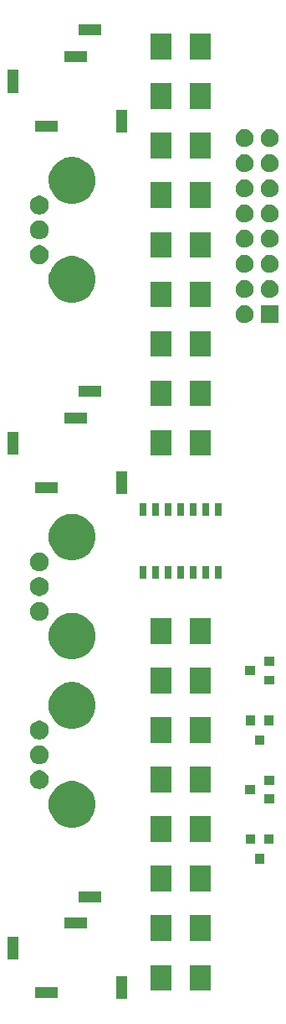
<source format=gbr>
G04 #@! TF.GenerationSoftware,KiCad,Pcbnew,(5.1.5)-3*
G04 #@! TF.CreationDate,2020-08-10T17:15:24-07:00*
G04 #@! TF.ProjectId,Notch_Filter,4e6f7463-685f-4466-996c-7465722e6b69,rev?*
G04 #@! TF.SameCoordinates,Original*
G04 #@! TF.FileFunction,Soldermask,Top*
G04 #@! TF.FilePolarity,Negative*
%FSLAX46Y46*%
G04 Gerber Fmt 4.6, Leading zero omitted, Abs format (unit mm)*
G04 Created by KiCad (PCBNEW (5.1.5)-3) date 2020-08-10 17:15:24*
%MOMM*%
%LPD*%
G04 APERTURE LIST*
%ADD10C,0.100000*%
G04 APERTURE END LIST*
D10*
G36*
X13551000Y-99151000D02*
G01*
X12449000Y-99151000D01*
X12449000Y-96849000D01*
X13551000Y-96849000D01*
X13551000Y-99151000D01*
G37*
G36*
X6551000Y-99051000D02*
G01*
X4249000Y-99051000D01*
X4249000Y-97949000D01*
X6551000Y-97949000D01*
X6551000Y-99051000D01*
G37*
G36*
X18051000Y-98301000D02*
G01*
X15949000Y-98301000D01*
X15949000Y-95699000D01*
X18051000Y-95699000D01*
X18051000Y-98301000D01*
G37*
G36*
X22051000Y-98301000D02*
G01*
X19949000Y-98301000D01*
X19949000Y-95699000D01*
X22051000Y-95699000D01*
X22051000Y-98301000D01*
G37*
G36*
X2551000Y-95151000D02*
G01*
X1449000Y-95151000D01*
X1449000Y-92849000D01*
X2551000Y-92849000D01*
X2551000Y-95151000D01*
G37*
G36*
X22051000Y-93301000D02*
G01*
X19949000Y-93301000D01*
X19949000Y-90699000D01*
X22051000Y-90699000D01*
X22051000Y-93301000D01*
G37*
G36*
X18051000Y-93301000D02*
G01*
X15949000Y-93301000D01*
X15949000Y-90699000D01*
X18051000Y-90699000D01*
X18051000Y-93301000D01*
G37*
G36*
X9551000Y-92051000D02*
G01*
X7249000Y-92051000D01*
X7249000Y-90949000D01*
X9551000Y-90949000D01*
X9551000Y-92051000D01*
G37*
G36*
X10951000Y-89351000D02*
G01*
X8649000Y-89351000D01*
X8649000Y-88249000D01*
X10951000Y-88249000D01*
X10951000Y-89351000D01*
G37*
G36*
X22051000Y-88301000D02*
G01*
X19949000Y-88301000D01*
X19949000Y-85699000D01*
X22051000Y-85699000D01*
X22051000Y-88301000D01*
G37*
G36*
X18051000Y-88301000D02*
G01*
X15949000Y-88301000D01*
X15949000Y-85699000D01*
X18051000Y-85699000D01*
X18051000Y-88301000D01*
G37*
G36*
X27451000Y-85501000D02*
G01*
X26549000Y-85501000D01*
X26549000Y-84499000D01*
X27451000Y-84499000D01*
X27451000Y-85501000D01*
G37*
G36*
X28401000Y-83501000D02*
G01*
X27499000Y-83501000D01*
X27499000Y-82499000D01*
X28401000Y-82499000D01*
X28401000Y-83501000D01*
G37*
G36*
X26501000Y-83501000D02*
G01*
X25599000Y-83501000D01*
X25599000Y-82499000D01*
X26501000Y-82499000D01*
X26501000Y-83501000D01*
G37*
G36*
X22051000Y-83301000D02*
G01*
X19949000Y-83301000D01*
X19949000Y-80699000D01*
X22051000Y-80699000D01*
X22051000Y-83301000D01*
G37*
G36*
X18051000Y-83301000D02*
G01*
X15949000Y-83301000D01*
X15949000Y-80699000D01*
X18051000Y-80699000D01*
X18051000Y-83301000D01*
G37*
G36*
X8534358Y-77209232D02*
G01*
X8685761Y-77239348D01*
X9113616Y-77416571D01*
X9498675Y-77673859D01*
X9826141Y-78001325D01*
X10083429Y-78386384D01*
X10260652Y-78814239D01*
X10351000Y-79268447D01*
X10351000Y-79731553D01*
X10260652Y-80185761D01*
X10083429Y-80613616D01*
X9826141Y-80998675D01*
X9498675Y-81326141D01*
X9113616Y-81583429D01*
X8685761Y-81760652D01*
X8534358Y-81790768D01*
X8231555Y-81851000D01*
X7768445Y-81851000D01*
X7465642Y-81790768D01*
X7314239Y-81760652D01*
X6886384Y-81583429D01*
X6501325Y-81326141D01*
X6173859Y-80998675D01*
X5916571Y-80613616D01*
X5739348Y-80185761D01*
X5649000Y-79731553D01*
X5649000Y-79268447D01*
X5739348Y-78814239D01*
X5916571Y-78386384D01*
X6173859Y-78001325D01*
X6501325Y-77673859D01*
X6886384Y-77416571D01*
X7314239Y-77239348D01*
X7465642Y-77209232D01*
X7768445Y-77149000D01*
X8231555Y-77149000D01*
X8534358Y-77209232D01*
G37*
G36*
X28501000Y-79401000D02*
G01*
X27499000Y-79401000D01*
X27499000Y-78499000D01*
X28501000Y-78499000D01*
X28501000Y-79401000D01*
G37*
G36*
X26501000Y-78451000D02*
G01*
X25499000Y-78451000D01*
X25499000Y-77549000D01*
X26501000Y-77549000D01*
X26501000Y-78451000D01*
G37*
G36*
X22051000Y-78301000D02*
G01*
X19949000Y-78301000D01*
X19949000Y-75699000D01*
X22051000Y-75699000D01*
X22051000Y-78301000D01*
G37*
G36*
X18051000Y-78301000D02*
G01*
X15949000Y-78301000D01*
X15949000Y-75699000D01*
X18051000Y-75699000D01*
X18051000Y-78301000D01*
G37*
G36*
X4977395Y-76085546D02*
G01*
X5150466Y-76157234D01*
X5150467Y-76157235D01*
X5306227Y-76261310D01*
X5438690Y-76393773D01*
X5438691Y-76393775D01*
X5542766Y-76549534D01*
X5614454Y-76722605D01*
X5651000Y-76906333D01*
X5651000Y-77093667D01*
X5614454Y-77277395D01*
X5542766Y-77450466D01*
X5542765Y-77450467D01*
X5438690Y-77606227D01*
X5306227Y-77738690D01*
X5227818Y-77791081D01*
X5150466Y-77842766D01*
X4977395Y-77914454D01*
X4793667Y-77951000D01*
X4606333Y-77951000D01*
X4422605Y-77914454D01*
X4249534Y-77842766D01*
X4172182Y-77791081D01*
X4093773Y-77738690D01*
X3961310Y-77606227D01*
X3857235Y-77450467D01*
X3857234Y-77450466D01*
X3785546Y-77277395D01*
X3749000Y-77093667D01*
X3749000Y-76906333D01*
X3785546Y-76722605D01*
X3857234Y-76549534D01*
X3961309Y-76393775D01*
X3961310Y-76393773D01*
X4093773Y-76261310D01*
X4249533Y-76157235D01*
X4249534Y-76157234D01*
X4422605Y-76085546D01*
X4606333Y-76049000D01*
X4793667Y-76049000D01*
X4977395Y-76085546D01*
G37*
G36*
X28501000Y-77501000D02*
G01*
X27499000Y-77501000D01*
X27499000Y-76599000D01*
X28501000Y-76599000D01*
X28501000Y-77501000D01*
G37*
G36*
X4977395Y-73585546D02*
G01*
X5150466Y-73657234D01*
X5150467Y-73657235D01*
X5306227Y-73761310D01*
X5438690Y-73893773D01*
X5438691Y-73893775D01*
X5542766Y-74049534D01*
X5614454Y-74222605D01*
X5651000Y-74406333D01*
X5651000Y-74593667D01*
X5614454Y-74777395D01*
X5542766Y-74950466D01*
X5542765Y-74950467D01*
X5438690Y-75106227D01*
X5306227Y-75238690D01*
X5227818Y-75291081D01*
X5150466Y-75342766D01*
X4977395Y-75414454D01*
X4793667Y-75451000D01*
X4606333Y-75451000D01*
X4422605Y-75414454D01*
X4249534Y-75342766D01*
X4172182Y-75291081D01*
X4093773Y-75238690D01*
X3961310Y-75106227D01*
X3857235Y-74950467D01*
X3857234Y-74950466D01*
X3785546Y-74777395D01*
X3749000Y-74593667D01*
X3749000Y-74406333D01*
X3785546Y-74222605D01*
X3857234Y-74049534D01*
X3961309Y-73893775D01*
X3961310Y-73893773D01*
X4093773Y-73761310D01*
X4249533Y-73657235D01*
X4249534Y-73657234D01*
X4422605Y-73585546D01*
X4606333Y-73549000D01*
X4793667Y-73549000D01*
X4977395Y-73585546D01*
G37*
G36*
X27451000Y-73501000D02*
G01*
X26549000Y-73501000D01*
X26549000Y-72499000D01*
X27451000Y-72499000D01*
X27451000Y-73501000D01*
G37*
G36*
X18051000Y-73301000D02*
G01*
X15949000Y-73301000D01*
X15949000Y-70699000D01*
X18051000Y-70699000D01*
X18051000Y-73301000D01*
G37*
G36*
X22051000Y-73301000D02*
G01*
X19949000Y-73301000D01*
X19949000Y-70699000D01*
X22051000Y-70699000D01*
X22051000Y-73301000D01*
G37*
G36*
X4977395Y-71085546D02*
G01*
X5150466Y-71157234D01*
X5150467Y-71157235D01*
X5306227Y-71261310D01*
X5438690Y-71393773D01*
X5438691Y-71393775D01*
X5542766Y-71549534D01*
X5614454Y-71722605D01*
X5651000Y-71906333D01*
X5651000Y-72093667D01*
X5614454Y-72277395D01*
X5542766Y-72450466D01*
X5491081Y-72527818D01*
X5438690Y-72606227D01*
X5306227Y-72738690D01*
X5227818Y-72791081D01*
X5150466Y-72842766D01*
X4977395Y-72914454D01*
X4793667Y-72951000D01*
X4606333Y-72951000D01*
X4422605Y-72914454D01*
X4249534Y-72842766D01*
X4172182Y-72791081D01*
X4093773Y-72738690D01*
X3961310Y-72606227D01*
X3908919Y-72527818D01*
X3857234Y-72450466D01*
X3785546Y-72277395D01*
X3749000Y-72093667D01*
X3749000Y-71906333D01*
X3785546Y-71722605D01*
X3857234Y-71549534D01*
X3961309Y-71393775D01*
X3961310Y-71393773D01*
X4093773Y-71261310D01*
X4249533Y-71157235D01*
X4249534Y-71157234D01*
X4422605Y-71085546D01*
X4606333Y-71049000D01*
X4793667Y-71049000D01*
X4977395Y-71085546D01*
G37*
G36*
X8534358Y-67209232D02*
G01*
X8685761Y-67239348D01*
X9113616Y-67416571D01*
X9498675Y-67673859D01*
X9826141Y-68001325D01*
X10083429Y-68386384D01*
X10260652Y-68814239D01*
X10351000Y-69268447D01*
X10351000Y-69731553D01*
X10260652Y-70185761D01*
X10083429Y-70613616D01*
X9826141Y-70998675D01*
X9498675Y-71326141D01*
X9113616Y-71583429D01*
X8685761Y-71760652D01*
X8534358Y-71790768D01*
X8231555Y-71851000D01*
X7768445Y-71851000D01*
X7465642Y-71790768D01*
X7314239Y-71760652D01*
X6886384Y-71583429D01*
X6501325Y-71326141D01*
X6173859Y-70998675D01*
X5916571Y-70613616D01*
X5739348Y-70185761D01*
X5649000Y-69731553D01*
X5649000Y-69268447D01*
X5739348Y-68814239D01*
X5916571Y-68386384D01*
X6173859Y-68001325D01*
X6501325Y-67673859D01*
X6886384Y-67416571D01*
X7314239Y-67239348D01*
X7465642Y-67209232D01*
X7768445Y-67149000D01*
X8231555Y-67149000D01*
X8534358Y-67209232D01*
G37*
G36*
X28401000Y-71501000D02*
G01*
X27499000Y-71501000D01*
X27499000Y-70499000D01*
X28401000Y-70499000D01*
X28401000Y-71501000D01*
G37*
G36*
X26501000Y-71501000D02*
G01*
X25599000Y-71501000D01*
X25599000Y-70499000D01*
X26501000Y-70499000D01*
X26501000Y-71501000D01*
G37*
G36*
X18051000Y-68301000D02*
G01*
X15949000Y-68301000D01*
X15949000Y-65699000D01*
X18051000Y-65699000D01*
X18051000Y-68301000D01*
G37*
G36*
X22051000Y-68301000D02*
G01*
X19949000Y-68301000D01*
X19949000Y-65699000D01*
X22051000Y-65699000D01*
X22051000Y-68301000D01*
G37*
G36*
X28501000Y-67401000D02*
G01*
X27499000Y-67401000D01*
X27499000Y-66499000D01*
X28501000Y-66499000D01*
X28501000Y-67401000D01*
G37*
G36*
X26501000Y-66451000D02*
G01*
X25499000Y-66451000D01*
X25499000Y-65549000D01*
X26501000Y-65549000D01*
X26501000Y-66451000D01*
G37*
G36*
X28501000Y-65501000D02*
G01*
X27499000Y-65501000D01*
X27499000Y-64599000D01*
X28501000Y-64599000D01*
X28501000Y-65501000D01*
G37*
G36*
X8534358Y-60209232D02*
G01*
X8685761Y-60239348D01*
X9113616Y-60416571D01*
X9498675Y-60673859D01*
X9826141Y-61001325D01*
X10083429Y-61386384D01*
X10260652Y-61814239D01*
X10351000Y-62268447D01*
X10351000Y-62731553D01*
X10260652Y-63185761D01*
X10083429Y-63613616D01*
X9826141Y-63998675D01*
X9498675Y-64326141D01*
X9113616Y-64583429D01*
X8685761Y-64760652D01*
X8534358Y-64790768D01*
X8231555Y-64851000D01*
X7768445Y-64851000D01*
X7465642Y-64790768D01*
X7314239Y-64760652D01*
X6886384Y-64583429D01*
X6501325Y-64326141D01*
X6173859Y-63998675D01*
X5916571Y-63613616D01*
X5739348Y-63185761D01*
X5649000Y-62731553D01*
X5649000Y-62268447D01*
X5739348Y-61814239D01*
X5916571Y-61386384D01*
X6173859Y-61001325D01*
X6501325Y-60673859D01*
X6886384Y-60416571D01*
X7314239Y-60239348D01*
X7465642Y-60209232D01*
X7768445Y-60149000D01*
X8231555Y-60149000D01*
X8534358Y-60209232D01*
G37*
G36*
X22051000Y-63301000D02*
G01*
X19949000Y-63301000D01*
X19949000Y-60699000D01*
X22051000Y-60699000D01*
X22051000Y-63301000D01*
G37*
G36*
X18051000Y-63301000D02*
G01*
X15949000Y-63301000D01*
X15949000Y-60699000D01*
X18051000Y-60699000D01*
X18051000Y-63301000D01*
G37*
G36*
X4977395Y-59085546D02*
G01*
X5150466Y-59157234D01*
X5150467Y-59157235D01*
X5306227Y-59261310D01*
X5438690Y-59393773D01*
X5438691Y-59393775D01*
X5542766Y-59549534D01*
X5614454Y-59722605D01*
X5651000Y-59906333D01*
X5651000Y-60093667D01*
X5614454Y-60277395D01*
X5542766Y-60450466D01*
X5542765Y-60450467D01*
X5438690Y-60606227D01*
X5306227Y-60738690D01*
X5227818Y-60791081D01*
X5150466Y-60842766D01*
X4977395Y-60914454D01*
X4793667Y-60951000D01*
X4606333Y-60951000D01*
X4422605Y-60914454D01*
X4249534Y-60842766D01*
X4172182Y-60791081D01*
X4093773Y-60738690D01*
X3961310Y-60606227D01*
X3857235Y-60450467D01*
X3857234Y-60450466D01*
X3785546Y-60277395D01*
X3749000Y-60093667D01*
X3749000Y-59906333D01*
X3785546Y-59722605D01*
X3857234Y-59549534D01*
X3961309Y-59393775D01*
X3961310Y-59393773D01*
X4093773Y-59261310D01*
X4249533Y-59157235D01*
X4249534Y-59157234D01*
X4422605Y-59085546D01*
X4606333Y-59049000D01*
X4793667Y-59049000D01*
X4977395Y-59085546D01*
G37*
G36*
X4977395Y-56585546D02*
G01*
X5150466Y-56657234D01*
X5150467Y-56657235D01*
X5306227Y-56761310D01*
X5438690Y-56893773D01*
X5438691Y-56893775D01*
X5542766Y-57049534D01*
X5614454Y-57222605D01*
X5651000Y-57406333D01*
X5651000Y-57593667D01*
X5614454Y-57777395D01*
X5542766Y-57950466D01*
X5542765Y-57950467D01*
X5438690Y-58106227D01*
X5306227Y-58238690D01*
X5227818Y-58291081D01*
X5150466Y-58342766D01*
X4977395Y-58414454D01*
X4793667Y-58451000D01*
X4606333Y-58451000D01*
X4422605Y-58414454D01*
X4249534Y-58342766D01*
X4172182Y-58291081D01*
X4093773Y-58238690D01*
X3961310Y-58106227D01*
X3857235Y-57950467D01*
X3857234Y-57950466D01*
X3785546Y-57777395D01*
X3749000Y-57593667D01*
X3749000Y-57406333D01*
X3785546Y-57222605D01*
X3857234Y-57049534D01*
X3961309Y-56893775D01*
X3961310Y-56893773D01*
X4093773Y-56761310D01*
X4249533Y-56657235D01*
X4249534Y-56657234D01*
X4422605Y-56585546D01*
X4606333Y-56549000D01*
X4793667Y-56549000D01*
X4977395Y-56585546D01*
G37*
G36*
X23115000Y-56670500D02*
G01*
X22505000Y-56670500D01*
X22505000Y-55425500D01*
X23115000Y-55425500D01*
X23115000Y-56670500D01*
G37*
G36*
X18035000Y-56670500D02*
G01*
X17425000Y-56670500D01*
X17425000Y-55425500D01*
X18035000Y-55425500D01*
X18035000Y-56670500D01*
G37*
G36*
X16765000Y-56670500D02*
G01*
X16155000Y-56670500D01*
X16155000Y-55425500D01*
X16765000Y-55425500D01*
X16765000Y-56670500D01*
G37*
G36*
X15495000Y-56670500D02*
G01*
X14885000Y-56670500D01*
X14885000Y-55425500D01*
X15495000Y-55425500D01*
X15495000Y-56670500D01*
G37*
G36*
X19305000Y-56670500D02*
G01*
X18695000Y-56670500D01*
X18695000Y-55425500D01*
X19305000Y-55425500D01*
X19305000Y-56670500D01*
G37*
G36*
X21845000Y-56670500D02*
G01*
X21235000Y-56670500D01*
X21235000Y-55425500D01*
X21845000Y-55425500D01*
X21845000Y-56670500D01*
G37*
G36*
X20575000Y-56670500D02*
G01*
X19965000Y-56670500D01*
X19965000Y-55425500D01*
X20575000Y-55425500D01*
X20575000Y-56670500D01*
G37*
G36*
X4977395Y-54085546D02*
G01*
X5150466Y-54157234D01*
X5150467Y-54157235D01*
X5306227Y-54261310D01*
X5438690Y-54393773D01*
X5438691Y-54393775D01*
X5542766Y-54549534D01*
X5614454Y-54722605D01*
X5651000Y-54906333D01*
X5651000Y-55093667D01*
X5614454Y-55277395D01*
X5542766Y-55450466D01*
X5542765Y-55450467D01*
X5438690Y-55606227D01*
X5306227Y-55738690D01*
X5227818Y-55791081D01*
X5150466Y-55842766D01*
X4977395Y-55914454D01*
X4793667Y-55951000D01*
X4606333Y-55951000D01*
X4422605Y-55914454D01*
X4249534Y-55842766D01*
X4172182Y-55791081D01*
X4093773Y-55738690D01*
X3961310Y-55606227D01*
X3857235Y-55450467D01*
X3857234Y-55450466D01*
X3785546Y-55277395D01*
X3749000Y-55093667D01*
X3749000Y-54906333D01*
X3785546Y-54722605D01*
X3857234Y-54549534D01*
X3961309Y-54393775D01*
X3961310Y-54393773D01*
X4093773Y-54261310D01*
X4249533Y-54157235D01*
X4249534Y-54157234D01*
X4422605Y-54085546D01*
X4606333Y-54049000D01*
X4793667Y-54049000D01*
X4977395Y-54085546D01*
G37*
G36*
X8534358Y-50209232D02*
G01*
X8685761Y-50239348D01*
X9113616Y-50416571D01*
X9498675Y-50673859D01*
X9826141Y-51001325D01*
X10083429Y-51386384D01*
X10260652Y-51814239D01*
X10351000Y-52268447D01*
X10351000Y-52731553D01*
X10260652Y-53185761D01*
X10083429Y-53613616D01*
X9826141Y-53998675D01*
X9498675Y-54326141D01*
X9113616Y-54583429D01*
X8685761Y-54760652D01*
X8534358Y-54790768D01*
X8231555Y-54851000D01*
X7768445Y-54851000D01*
X7465642Y-54790768D01*
X7314239Y-54760652D01*
X6886384Y-54583429D01*
X6501325Y-54326141D01*
X6173859Y-53998675D01*
X5916571Y-53613616D01*
X5739348Y-53185761D01*
X5649000Y-52731553D01*
X5649000Y-52268447D01*
X5739348Y-51814239D01*
X5916571Y-51386384D01*
X6173859Y-51001325D01*
X6501325Y-50673859D01*
X6886384Y-50416571D01*
X7314239Y-50239348D01*
X7465642Y-50209232D01*
X7768445Y-50149000D01*
X8231555Y-50149000D01*
X8534358Y-50209232D01*
G37*
G36*
X23115000Y-50320500D02*
G01*
X22505000Y-50320500D01*
X22505000Y-49075500D01*
X23115000Y-49075500D01*
X23115000Y-50320500D01*
G37*
G36*
X21845000Y-50320500D02*
G01*
X21235000Y-50320500D01*
X21235000Y-49075500D01*
X21845000Y-49075500D01*
X21845000Y-50320500D01*
G37*
G36*
X20575000Y-50320500D02*
G01*
X19965000Y-50320500D01*
X19965000Y-49075500D01*
X20575000Y-49075500D01*
X20575000Y-50320500D01*
G37*
G36*
X19305000Y-50320500D02*
G01*
X18695000Y-50320500D01*
X18695000Y-49075500D01*
X19305000Y-49075500D01*
X19305000Y-50320500D01*
G37*
G36*
X16765000Y-50320500D02*
G01*
X16155000Y-50320500D01*
X16155000Y-49075500D01*
X16765000Y-49075500D01*
X16765000Y-50320500D01*
G37*
G36*
X18035000Y-50320500D02*
G01*
X17425000Y-50320500D01*
X17425000Y-49075500D01*
X18035000Y-49075500D01*
X18035000Y-50320500D01*
G37*
G36*
X15495000Y-50320500D02*
G01*
X14885000Y-50320500D01*
X14885000Y-49075500D01*
X15495000Y-49075500D01*
X15495000Y-50320500D01*
G37*
G36*
X13551000Y-48151000D02*
G01*
X12449000Y-48151000D01*
X12449000Y-45849000D01*
X13551000Y-45849000D01*
X13551000Y-48151000D01*
G37*
G36*
X6551000Y-48051000D02*
G01*
X4249000Y-48051000D01*
X4249000Y-46949000D01*
X6551000Y-46949000D01*
X6551000Y-48051000D01*
G37*
G36*
X22051000Y-44301000D02*
G01*
X19949000Y-44301000D01*
X19949000Y-41699000D01*
X22051000Y-41699000D01*
X22051000Y-44301000D01*
G37*
G36*
X18051000Y-44301000D02*
G01*
X15949000Y-44301000D01*
X15949000Y-41699000D01*
X18051000Y-41699000D01*
X18051000Y-44301000D01*
G37*
G36*
X2551000Y-44151000D02*
G01*
X1449000Y-44151000D01*
X1449000Y-41849000D01*
X2551000Y-41849000D01*
X2551000Y-44151000D01*
G37*
G36*
X9551000Y-41051000D02*
G01*
X7249000Y-41051000D01*
X7249000Y-39949000D01*
X9551000Y-39949000D01*
X9551000Y-41051000D01*
G37*
G36*
X22051000Y-39301000D02*
G01*
X19949000Y-39301000D01*
X19949000Y-36699000D01*
X22051000Y-36699000D01*
X22051000Y-39301000D01*
G37*
G36*
X18051000Y-39301000D02*
G01*
X15949000Y-39301000D01*
X15949000Y-36699000D01*
X18051000Y-36699000D01*
X18051000Y-39301000D01*
G37*
G36*
X10951000Y-38351000D02*
G01*
X8649000Y-38351000D01*
X8649000Y-37249000D01*
X10951000Y-37249000D01*
X10951000Y-38351000D01*
G37*
G36*
X22051000Y-34301000D02*
G01*
X19949000Y-34301000D01*
X19949000Y-31699000D01*
X22051000Y-31699000D01*
X22051000Y-34301000D01*
G37*
G36*
X18051000Y-34301000D02*
G01*
X15949000Y-34301000D01*
X15949000Y-31699000D01*
X18051000Y-31699000D01*
X18051000Y-34301000D01*
G37*
G36*
X28901000Y-30901000D02*
G01*
X27099000Y-30901000D01*
X27099000Y-29099000D01*
X28901000Y-29099000D01*
X28901000Y-30901000D01*
G37*
G36*
X25573512Y-29103927D02*
G01*
X25722812Y-29133624D01*
X25886784Y-29201544D01*
X26034354Y-29300147D01*
X26159853Y-29425646D01*
X26258456Y-29573216D01*
X26326376Y-29737188D01*
X26361000Y-29911259D01*
X26361000Y-30088741D01*
X26326376Y-30262812D01*
X26258456Y-30426784D01*
X26159853Y-30574354D01*
X26034354Y-30699853D01*
X25886784Y-30798456D01*
X25722812Y-30866376D01*
X25573512Y-30896073D01*
X25548742Y-30901000D01*
X25371258Y-30901000D01*
X25346488Y-30896073D01*
X25197188Y-30866376D01*
X25033216Y-30798456D01*
X24885646Y-30699853D01*
X24760147Y-30574354D01*
X24661544Y-30426784D01*
X24593624Y-30262812D01*
X24559000Y-30088741D01*
X24559000Y-29911259D01*
X24593624Y-29737188D01*
X24661544Y-29573216D01*
X24760147Y-29425646D01*
X24885646Y-29300147D01*
X25033216Y-29201544D01*
X25197188Y-29133624D01*
X25346488Y-29103927D01*
X25371258Y-29099000D01*
X25548742Y-29099000D01*
X25573512Y-29103927D01*
G37*
G36*
X18051000Y-29301000D02*
G01*
X15949000Y-29301000D01*
X15949000Y-26699000D01*
X18051000Y-26699000D01*
X18051000Y-29301000D01*
G37*
G36*
X22051000Y-29301000D02*
G01*
X19949000Y-29301000D01*
X19949000Y-26699000D01*
X22051000Y-26699000D01*
X22051000Y-29301000D01*
G37*
G36*
X8534358Y-24209232D02*
G01*
X8685761Y-24239348D01*
X9113616Y-24416571D01*
X9498675Y-24673859D01*
X9826141Y-25001325D01*
X10083429Y-25386384D01*
X10249111Y-25786376D01*
X10260652Y-25814240D01*
X10351000Y-26268445D01*
X10351000Y-26731555D01*
X10345312Y-26760148D01*
X10260652Y-27185761D01*
X10083429Y-27613616D01*
X9826141Y-27998675D01*
X9498675Y-28326141D01*
X9113616Y-28583429D01*
X8685761Y-28760652D01*
X8534358Y-28790768D01*
X8231555Y-28851000D01*
X7768445Y-28851000D01*
X7465642Y-28790768D01*
X7314239Y-28760652D01*
X6886384Y-28583429D01*
X6501325Y-28326141D01*
X6173859Y-27998675D01*
X5916571Y-27613616D01*
X5739348Y-27185761D01*
X5654688Y-26760148D01*
X5649000Y-26731555D01*
X5649000Y-26268445D01*
X5739348Y-25814240D01*
X5750890Y-25786376D01*
X5916571Y-25386384D01*
X6173859Y-25001325D01*
X6501325Y-24673859D01*
X6886384Y-24416571D01*
X7314239Y-24239348D01*
X7465642Y-24209232D01*
X7768445Y-24149000D01*
X8231555Y-24149000D01*
X8534358Y-24209232D01*
G37*
G36*
X25573512Y-26563927D02*
G01*
X25722812Y-26593624D01*
X25886784Y-26661544D01*
X26034354Y-26760147D01*
X26159853Y-26885646D01*
X26258456Y-27033216D01*
X26326376Y-27197188D01*
X26361000Y-27371259D01*
X26361000Y-27548741D01*
X26326376Y-27722812D01*
X26258456Y-27886784D01*
X26159853Y-28034354D01*
X26034354Y-28159853D01*
X25886784Y-28258456D01*
X25722812Y-28326376D01*
X25573512Y-28356073D01*
X25548742Y-28361000D01*
X25371258Y-28361000D01*
X25346488Y-28356073D01*
X25197188Y-28326376D01*
X25033216Y-28258456D01*
X24885646Y-28159853D01*
X24760147Y-28034354D01*
X24661544Y-27886784D01*
X24593624Y-27722812D01*
X24559000Y-27548741D01*
X24559000Y-27371259D01*
X24593624Y-27197188D01*
X24661544Y-27033216D01*
X24760147Y-26885646D01*
X24885646Y-26760147D01*
X25033216Y-26661544D01*
X25197188Y-26593624D01*
X25346488Y-26563927D01*
X25371258Y-26559000D01*
X25548742Y-26559000D01*
X25573512Y-26563927D01*
G37*
G36*
X28113512Y-26563927D02*
G01*
X28262812Y-26593624D01*
X28426784Y-26661544D01*
X28574354Y-26760147D01*
X28699853Y-26885646D01*
X28798456Y-27033216D01*
X28866376Y-27197188D01*
X28901000Y-27371259D01*
X28901000Y-27548741D01*
X28866376Y-27722812D01*
X28798456Y-27886784D01*
X28699853Y-28034354D01*
X28574354Y-28159853D01*
X28426784Y-28258456D01*
X28262812Y-28326376D01*
X28113512Y-28356073D01*
X28088742Y-28361000D01*
X27911258Y-28361000D01*
X27886488Y-28356073D01*
X27737188Y-28326376D01*
X27573216Y-28258456D01*
X27425646Y-28159853D01*
X27300147Y-28034354D01*
X27201544Y-27886784D01*
X27133624Y-27722812D01*
X27099000Y-27548741D01*
X27099000Y-27371259D01*
X27133624Y-27197188D01*
X27201544Y-27033216D01*
X27300147Y-26885646D01*
X27425646Y-26760147D01*
X27573216Y-26661544D01*
X27737188Y-26593624D01*
X27886488Y-26563927D01*
X27911258Y-26559000D01*
X28088742Y-26559000D01*
X28113512Y-26563927D01*
G37*
G36*
X28113512Y-24023927D02*
G01*
X28262812Y-24053624D01*
X28426784Y-24121544D01*
X28574354Y-24220147D01*
X28699853Y-24345646D01*
X28798456Y-24493216D01*
X28866376Y-24657188D01*
X28901000Y-24831259D01*
X28901000Y-25008741D01*
X28866376Y-25182812D01*
X28798456Y-25346784D01*
X28699853Y-25494354D01*
X28574354Y-25619853D01*
X28426784Y-25718456D01*
X28262812Y-25786376D01*
X28113512Y-25816073D01*
X28088742Y-25821000D01*
X27911258Y-25821000D01*
X27886488Y-25816073D01*
X27737188Y-25786376D01*
X27573216Y-25718456D01*
X27425646Y-25619853D01*
X27300147Y-25494354D01*
X27201544Y-25346784D01*
X27133624Y-25182812D01*
X27099000Y-25008741D01*
X27099000Y-24831259D01*
X27133624Y-24657188D01*
X27201544Y-24493216D01*
X27300147Y-24345646D01*
X27425646Y-24220147D01*
X27573216Y-24121544D01*
X27737188Y-24053624D01*
X27886488Y-24023927D01*
X27911258Y-24019000D01*
X28088742Y-24019000D01*
X28113512Y-24023927D01*
G37*
G36*
X25573512Y-24023927D02*
G01*
X25722812Y-24053624D01*
X25886784Y-24121544D01*
X26034354Y-24220147D01*
X26159853Y-24345646D01*
X26258456Y-24493216D01*
X26326376Y-24657188D01*
X26361000Y-24831259D01*
X26361000Y-25008741D01*
X26326376Y-25182812D01*
X26258456Y-25346784D01*
X26159853Y-25494354D01*
X26034354Y-25619853D01*
X25886784Y-25718456D01*
X25722812Y-25786376D01*
X25573512Y-25816073D01*
X25548742Y-25821000D01*
X25371258Y-25821000D01*
X25346488Y-25816073D01*
X25197188Y-25786376D01*
X25033216Y-25718456D01*
X24885646Y-25619853D01*
X24760147Y-25494354D01*
X24661544Y-25346784D01*
X24593624Y-25182812D01*
X24559000Y-25008741D01*
X24559000Y-24831259D01*
X24593624Y-24657188D01*
X24661544Y-24493216D01*
X24760147Y-24345646D01*
X24885646Y-24220147D01*
X25033216Y-24121544D01*
X25197188Y-24053624D01*
X25346488Y-24023927D01*
X25371258Y-24019000D01*
X25548742Y-24019000D01*
X25573512Y-24023927D01*
G37*
G36*
X4977395Y-23085546D02*
G01*
X5150466Y-23157234D01*
X5150467Y-23157235D01*
X5306227Y-23261310D01*
X5438690Y-23393773D01*
X5438691Y-23393775D01*
X5542766Y-23549534D01*
X5614454Y-23722605D01*
X5651000Y-23906333D01*
X5651000Y-24093667D01*
X5614454Y-24277395D01*
X5542766Y-24450466D01*
X5542765Y-24450467D01*
X5438690Y-24606227D01*
X5306227Y-24738690D01*
X5227818Y-24791081D01*
X5150466Y-24842766D01*
X4977395Y-24914454D01*
X4793667Y-24951000D01*
X4606333Y-24951000D01*
X4422605Y-24914454D01*
X4249534Y-24842766D01*
X4172182Y-24791081D01*
X4093773Y-24738690D01*
X3961310Y-24606227D01*
X3857235Y-24450467D01*
X3857234Y-24450466D01*
X3785546Y-24277395D01*
X3749000Y-24093667D01*
X3749000Y-23906333D01*
X3785546Y-23722605D01*
X3857234Y-23549534D01*
X3961309Y-23393775D01*
X3961310Y-23393773D01*
X4093773Y-23261310D01*
X4249533Y-23157235D01*
X4249534Y-23157234D01*
X4422605Y-23085546D01*
X4606333Y-23049000D01*
X4793667Y-23049000D01*
X4977395Y-23085546D01*
G37*
G36*
X22051000Y-24301000D02*
G01*
X19949000Y-24301000D01*
X19949000Y-21699000D01*
X22051000Y-21699000D01*
X22051000Y-24301000D01*
G37*
G36*
X18051000Y-24301000D02*
G01*
X15949000Y-24301000D01*
X15949000Y-21699000D01*
X18051000Y-21699000D01*
X18051000Y-24301000D01*
G37*
G36*
X25573512Y-21483927D02*
G01*
X25722812Y-21513624D01*
X25886784Y-21581544D01*
X26034354Y-21680147D01*
X26159853Y-21805646D01*
X26258456Y-21953216D01*
X26326376Y-22117188D01*
X26361000Y-22291259D01*
X26361000Y-22468741D01*
X26326376Y-22642812D01*
X26258456Y-22806784D01*
X26159853Y-22954354D01*
X26034354Y-23079853D01*
X25886784Y-23178456D01*
X25722812Y-23246376D01*
X25573512Y-23276073D01*
X25548742Y-23281000D01*
X25371258Y-23281000D01*
X25346488Y-23276073D01*
X25197188Y-23246376D01*
X25033216Y-23178456D01*
X24885646Y-23079853D01*
X24760147Y-22954354D01*
X24661544Y-22806784D01*
X24593624Y-22642812D01*
X24559000Y-22468741D01*
X24559000Y-22291259D01*
X24593624Y-22117188D01*
X24661544Y-21953216D01*
X24760147Y-21805646D01*
X24885646Y-21680147D01*
X25033216Y-21581544D01*
X25197188Y-21513624D01*
X25346488Y-21483927D01*
X25371258Y-21479000D01*
X25548742Y-21479000D01*
X25573512Y-21483927D01*
G37*
G36*
X28113512Y-21483927D02*
G01*
X28262812Y-21513624D01*
X28426784Y-21581544D01*
X28574354Y-21680147D01*
X28699853Y-21805646D01*
X28798456Y-21953216D01*
X28866376Y-22117188D01*
X28901000Y-22291259D01*
X28901000Y-22468741D01*
X28866376Y-22642812D01*
X28798456Y-22806784D01*
X28699853Y-22954354D01*
X28574354Y-23079853D01*
X28426784Y-23178456D01*
X28262812Y-23246376D01*
X28113512Y-23276073D01*
X28088742Y-23281000D01*
X27911258Y-23281000D01*
X27886488Y-23276073D01*
X27737188Y-23246376D01*
X27573216Y-23178456D01*
X27425646Y-23079853D01*
X27300147Y-22954354D01*
X27201544Y-22806784D01*
X27133624Y-22642812D01*
X27099000Y-22468741D01*
X27099000Y-22291259D01*
X27133624Y-22117188D01*
X27201544Y-21953216D01*
X27300147Y-21805646D01*
X27425646Y-21680147D01*
X27573216Y-21581544D01*
X27737188Y-21513624D01*
X27886488Y-21483927D01*
X27911258Y-21479000D01*
X28088742Y-21479000D01*
X28113512Y-21483927D01*
G37*
G36*
X4977395Y-20585546D02*
G01*
X5150466Y-20657234D01*
X5150467Y-20657235D01*
X5306227Y-20761310D01*
X5438690Y-20893773D01*
X5438691Y-20893775D01*
X5542766Y-21049534D01*
X5614454Y-21222605D01*
X5651000Y-21406333D01*
X5651000Y-21593667D01*
X5614454Y-21777395D01*
X5542766Y-21950466D01*
X5540927Y-21953218D01*
X5438690Y-22106227D01*
X5306227Y-22238690D01*
X5227818Y-22291081D01*
X5150466Y-22342766D01*
X4977395Y-22414454D01*
X4793667Y-22451000D01*
X4606333Y-22451000D01*
X4422605Y-22414454D01*
X4249534Y-22342766D01*
X4172182Y-22291081D01*
X4093773Y-22238690D01*
X3961310Y-22106227D01*
X3859073Y-21953218D01*
X3857234Y-21950466D01*
X3785546Y-21777395D01*
X3749000Y-21593667D01*
X3749000Y-21406333D01*
X3785546Y-21222605D01*
X3857234Y-21049534D01*
X3961309Y-20893775D01*
X3961310Y-20893773D01*
X4093773Y-20761310D01*
X4249533Y-20657235D01*
X4249534Y-20657234D01*
X4422605Y-20585546D01*
X4606333Y-20549000D01*
X4793667Y-20549000D01*
X4977395Y-20585546D01*
G37*
G36*
X28113512Y-18943927D02*
G01*
X28262812Y-18973624D01*
X28426784Y-19041544D01*
X28574354Y-19140147D01*
X28699853Y-19265646D01*
X28798456Y-19413216D01*
X28866376Y-19577188D01*
X28901000Y-19751259D01*
X28901000Y-19928741D01*
X28866376Y-20102812D01*
X28798456Y-20266784D01*
X28699853Y-20414354D01*
X28574354Y-20539853D01*
X28426784Y-20638456D01*
X28262812Y-20706376D01*
X28113512Y-20736073D01*
X28088742Y-20741000D01*
X27911258Y-20741000D01*
X27886488Y-20736073D01*
X27737188Y-20706376D01*
X27573216Y-20638456D01*
X27425646Y-20539853D01*
X27300147Y-20414354D01*
X27201544Y-20266784D01*
X27133624Y-20102812D01*
X27099000Y-19928741D01*
X27099000Y-19751259D01*
X27133624Y-19577188D01*
X27201544Y-19413216D01*
X27300147Y-19265646D01*
X27425646Y-19140147D01*
X27573216Y-19041544D01*
X27737188Y-18973624D01*
X27886488Y-18943927D01*
X27911258Y-18939000D01*
X28088742Y-18939000D01*
X28113512Y-18943927D01*
G37*
G36*
X25573512Y-18943927D02*
G01*
X25722812Y-18973624D01*
X25886784Y-19041544D01*
X26034354Y-19140147D01*
X26159853Y-19265646D01*
X26258456Y-19413216D01*
X26326376Y-19577188D01*
X26361000Y-19751259D01*
X26361000Y-19928741D01*
X26326376Y-20102812D01*
X26258456Y-20266784D01*
X26159853Y-20414354D01*
X26034354Y-20539853D01*
X25886784Y-20638456D01*
X25722812Y-20706376D01*
X25573512Y-20736073D01*
X25548742Y-20741000D01*
X25371258Y-20741000D01*
X25346488Y-20736073D01*
X25197188Y-20706376D01*
X25033216Y-20638456D01*
X24885646Y-20539853D01*
X24760147Y-20414354D01*
X24661544Y-20266784D01*
X24593624Y-20102812D01*
X24559000Y-19928741D01*
X24559000Y-19751259D01*
X24593624Y-19577188D01*
X24661544Y-19413216D01*
X24760147Y-19265646D01*
X24885646Y-19140147D01*
X25033216Y-19041544D01*
X25197188Y-18973624D01*
X25346488Y-18943927D01*
X25371258Y-18939000D01*
X25548742Y-18939000D01*
X25573512Y-18943927D01*
G37*
G36*
X4977395Y-18085546D02*
G01*
X5150466Y-18157234D01*
X5150467Y-18157235D01*
X5306227Y-18261310D01*
X5438690Y-18393773D01*
X5438691Y-18393775D01*
X5542766Y-18549534D01*
X5614454Y-18722605D01*
X5651000Y-18906333D01*
X5651000Y-19093667D01*
X5614454Y-19277395D01*
X5542766Y-19450466D01*
X5542765Y-19450467D01*
X5438690Y-19606227D01*
X5306227Y-19738690D01*
X5287416Y-19751259D01*
X5150466Y-19842766D01*
X4977395Y-19914454D01*
X4793667Y-19951000D01*
X4606333Y-19951000D01*
X4422605Y-19914454D01*
X4249534Y-19842766D01*
X4112584Y-19751259D01*
X4093773Y-19738690D01*
X3961310Y-19606227D01*
X3857235Y-19450467D01*
X3857234Y-19450466D01*
X3785546Y-19277395D01*
X3749000Y-19093667D01*
X3749000Y-18906333D01*
X3785546Y-18722605D01*
X3857234Y-18549534D01*
X3961309Y-18393775D01*
X3961310Y-18393773D01*
X4093773Y-18261310D01*
X4249533Y-18157235D01*
X4249534Y-18157234D01*
X4422605Y-18085546D01*
X4606333Y-18049000D01*
X4793667Y-18049000D01*
X4977395Y-18085546D01*
G37*
G36*
X18051000Y-19301000D02*
G01*
X15949000Y-19301000D01*
X15949000Y-16699000D01*
X18051000Y-16699000D01*
X18051000Y-19301000D01*
G37*
G36*
X22051000Y-19301000D02*
G01*
X19949000Y-19301000D01*
X19949000Y-16699000D01*
X22051000Y-16699000D01*
X22051000Y-19301000D01*
G37*
G36*
X8534358Y-14209232D02*
G01*
X8685761Y-14239348D01*
X9113616Y-14416571D01*
X9498675Y-14673859D01*
X9826141Y-15001325D01*
X10083429Y-15386384D01*
X10083430Y-15386386D01*
X10260652Y-15814240D01*
X10351000Y-16268445D01*
X10351000Y-16731555D01*
X10322821Y-16873218D01*
X10260652Y-17185761D01*
X10083429Y-17613616D01*
X9826141Y-17998675D01*
X9498675Y-18326141D01*
X9113616Y-18583429D01*
X8685761Y-18760652D01*
X8534358Y-18790768D01*
X8231555Y-18851000D01*
X7768445Y-18851000D01*
X7465642Y-18790768D01*
X7314239Y-18760652D01*
X6886384Y-18583429D01*
X6501325Y-18326141D01*
X6173859Y-17998675D01*
X5916571Y-17613616D01*
X5739348Y-17185761D01*
X5677179Y-16873218D01*
X5649000Y-16731555D01*
X5649000Y-16268445D01*
X5739348Y-15814240D01*
X5916570Y-15386386D01*
X5916571Y-15386384D01*
X6173859Y-15001325D01*
X6501325Y-14673859D01*
X6886384Y-14416571D01*
X7314239Y-14239348D01*
X7465642Y-14209232D01*
X7768445Y-14149000D01*
X8231555Y-14149000D01*
X8534358Y-14209232D01*
G37*
G36*
X28113512Y-16403927D02*
G01*
X28262812Y-16433624D01*
X28426784Y-16501544D01*
X28574354Y-16600147D01*
X28699853Y-16725646D01*
X28798456Y-16873216D01*
X28866376Y-17037188D01*
X28901000Y-17211259D01*
X28901000Y-17388741D01*
X28866376Y-17562812D01*
X28798456Y-17726784D01*
X28699853Y-17874354D01*
X28574354Y-17999853D01*
X28426784Y-18098456D01*
X28262812Y-18166376D01*
X28113512Y-18196073D01*
X28088742Y-18201000D01*
X27911258Y-18201000D01*
X27886488Y-18196073D01*
X27737188Y-18166376D01*
X27573216Y-18098456D01*
X27425646Y-17999853D01*
X27300147Y-17874354D01*
X27201544Y-17726784D01*
X27133624Y-17562812D01*
X27099000Y-17388741D01*
X27099000Y-17211259D01*
X27133624Y-17037188D01*
X27201544Y-16873216D01*
X27300147Y-16725646D01*
X27425646Y-16600147D01*
X27573216Y-16501544D01*
X27737188Y-16433624D01*
X27886488Y-16403927D01*
X27911258Y-16399000D01*
X28088742Y-16399000D01*
X28113512Y-16403927D01*
G37*
G36*
X25573512Y-16403927D02*
G01*
X25722812Y-16433624D01*
X25886784Y-16501544D01*
X26034354Y-16600147D01*
X26159853Y-16725646D01*
X26258456Y-16873216D01*
X26326376Y-17037188D01*
X26361000Y-17211259D01*
X26361000Y-17388741D01*
X26326376Y-17562812D01*
X26258456Y-17726784D01*
X26159853Y-17874354D01*
X26034354Y-17999853D01*
X25886784Y-18098456D01*
X25722812Y-18166376D01*
X25573512Y-18196073D01*
X25548742Y-18201000D01*
X25371258Y-18201000D01*
X25346488Y-18196073D01*
X25197188Y-18166376D01*
X25033216Y-18098456D01*
X24885646Y-17999853D01*
X24760147Y-17874354D01*
X24661544Y-17726784D01*
X24593624Y-17562812D01*
X24559000Y-17388741D01*
X24559000Y-17211259D01*
X24593624Y-17037188D01*
X24661544Y-16873216D01*
X24760147Y-16725646D01*
X24885646Y-16600147D01*
X25033216Y-16501544D01*
X25197188Y-16433624D01*
X25346488Y-16403927D01*
X25371258Y-16399000D01*
X25548742Y-16399000D01*
X25573512Y-16403927D01*
G37*
G36*
X28113512Y-13863927D02*
G01*
X28262812Y-13893624D01*
X28426784Y-13961544D01*
X28574354Y-14060147D01*
X28699853Y-14185646D01*
X28798456Y-14333216D01*
X28866376Y-14497188D01*
X28901000Y-14671259D01*
X28901000Y-14848741D01*
X28866376Y-15022812D01*
X28798456Y-15186784D01*
X28699853Y-15334354D01*
X28574354Y-15459853D01*
X28426784Y-15558456D01*
X28262812Y-15626376D01*
X28113512Y-15656073D01*
X28088742Y-15661000D01*
X27911258Y-15661000D01*
X27886488Y-15656073D01*
X27737188Y-15626376D01*
X27573216Y-15558456D01*
X27425646Y-15459853D01*
X27300147Y-15334354D01*
X27201544Y-15186784D01*
X27133624Y-15022812D01*
X27099000Y-14848741D01*
X27099000Y-14671259D01*
X27133624Y-14497188D01*
X27201544Y-14333216D01*
X27300147Y-14185646D01*
X27425646Y-14060147D01*
X27573216Y-13961544D01*
X27737188Y-13893624D01*
X27886488Y-13863927D01*
X27911258Y-13859000D01*
X28088742Y-13859000D01*
X28113512Y-13863927D01*
G37*
G36*
X25573512Y-13863927D02*
G01*
X25722812Y-13893624D01*
X25886784Y-13961544D01*
X26034354Y-14060147D01*
X26159853Y-14185646D01*
X26258456Y-14333216D01*
X26326376Y-14497188D01*
X26361000Y-14671259D01*
X26361000Y-14848741D01*
X26326376Y-15022812D01*
X26258456Y-15186784D01*
X26159853Y-15334354D01*
X26034354Y-15459853D01*
X25886784Y-15558456D01*
X25722812Y-15626376D01*
X25573512Y-15656073D01*
X25548742Y-15661000D01*
X25371258Y-15661000D01*
X25346488Y-15656073D01*
X25197188Y-15626376D01*
X25033216Y-15558456D01*
X24885646Y-15459853D01*
X24760147Y-15334354D01*
X24661544Y-15186784D01*
X24593624Y-15022812D01*
X24559000Y-14848741D01*
X24559000Y-14671259D01*
X24593624Y-14497188D01*
X24661544Y-14333216D01*
X24760147Y-14185646D01*
X24885646Y-14060147D01*
X25033216Y-13961544D01*
X25197188Y-13893624D01*
X25346488Y-13863927D01*
X25371258Y-13859000D01*
X25548742Y-13859000D01*
X25573512Y-13863927D01*
G37*
G36*
X18051000Y-14301000D02*
G01*
X15949000Y-14301000D01*
X15949000Y-11699000D01*
X18051000Y-11699000D01*
X18051000Y-14301000D01*
G37*
G36*
X22051000Y-14301000D02*
G01*
X19949000Y-14301000D01*
X19949000Y-11699000D01*
X22051000Y-11699000D01*
X22051000Y-14301000D01*
G37*
G36*
X25573512Y-11323927D02*
G01*
X25722812Y-11353624D01*
X25886784Y-11421544D01*
X26034354Y-11520147D01*
X26159853Y-11645646D01*
X26258456Y-11793216D01*
X26326376Y-11957188D01*
X26361000Y-12131259D01*
X26361000Y-12308741D01*
X26326376Y-12482812D01*
X26258456Y-12646784D01*
X26159853Y-12794354D01*
X26034354Y-12919853D01*
X25886784Y-13018456D01*
X25722812Y-13086376D01*
X25573512Y-13116073D01*
X25548742Y-13121000D01*
X25371258Y-13121000D01*
X25346488Y-13116073D01*
X25197188Y-13086376D01*
X25033216Y-13018456D01*
X24885646Y-12919853D01*
X24760147Y-12794354D01*
X24661544Y-12646784D01*
X24593624Y-12482812D01*
X24559000Y-12308741D01*
X24559000Y-12131259D01*
X24593624Y-11957188D01*
X24661544Y-11793216D01*
X24760147Y-11645646D01*
X24885646Y-11520147D01*
X25033216Y-11421544D01*
X25197188Y-11353624D01*
X25346488Y-11323927D01*
X25371258Y-11319000D01*
X25548742Y-11319000D01*
X25573512Y-11323927D01*
G37*
G36*
X28113512Y-11323927D02*
G01*
X28262812Y-11353624D01*
X28426784Y-11421544D01*
X28574354Y-11520147D01*
X28699853Y-11645646D01*
X28798456Y-11793216D01*
X28866376Y-11957188D01*
X28901000Y-12131259D01*
X28901000Y-12308741D01*
X28866376Y-12482812D01*
X28798456Y-12646784D01*
X28699853Y-12794354D01*
X28574354Y-12919853D01*
X28426784Y-13018456D01*
X28262812Y-13086376D01*
X28113512Y-13116073D01*
X28088742Y-13121000D01*
X27911258Y-13121000D01*
X27886488Y-13116073D01*
X27737188Y-13086376D01*
X27573216Y-13018456D01*
X27425646Y-12919853D01*
X27300147Y-12794354D01*
X27201544Y-12646784D01*
X27133624Y-12482812D01*
X27099000Y-12308741D01*
X27099000Y-12131259D01*
X27133624Y-11957188D01*
X27201544Y-11793216D01*
X27300147Y-11645646D01*
X27425646Y-11520147D01*
X27573216Y-11421544D01*
X27737188Y-11353624D01*
X27886488Y-11323927D01*
X27911258Y-11319000D01*
X28088742Y-11319000D01*
X28113512Y-11323927D01*
G37*
G36*
X13551000Y-11651000D02*
G01*
X12449000Y-11651000D01*
X12449000Y-9349000D01*
X13551000Y-9349000D01*
X13551000Y-11651000D01*
G37*
G36*
X6551000Y-11551000D02*
G01*
X4249000Y-11551000D01*
X4249000Y-10449000D01*
X6551000Y-10449000D01*
X6551000Y-11551000D01*
G37*
G36*
X18051000Y-9301000D02*
G01*
X15949000Y-9301000D01*
X15949000Y-6699000D01*
X18051000Y-6699000D01*
X18051000Y-9301000D01*
G37*
G36*
X22051000Y-9301000D02*
G01*
X19949000Y-9301000D01*
X19949000Y-6699000D01*
X22051000Y-6699000D01*
X22051000Y-9301000D01*
G37*
G36*
X2551000Y-7651000D02*
G01*
X1449000Y-7651000D01*
X1449000Y-5349000D01*
X2551000Y-5349000D01*
X2551000Y-7651000D01*
G37*
G36*
X9551000Y-4551000D02*
G01*
X7249000Y-4551000D01*
X7249000Y-3449000D01*
X9551000Y-3449000D01*
X9551000Y-4551000D01*
G37*
G36*
X18051000Y-4301000D02*
G01*
X15949000Y-4301000D01*
X15949000Y-1699000D01*
X18051000Y-1699000D01*
X18051000Y-4301000D01*
G37*
G36*
X22051000Y-4301000D02*
G01*
X19949000Y-4301000D01*
X19949000Y-1699000D01*
X22051000Y-1699000D01*
X22051000Y-4301000D01*
G37*
G36*
X10951000Y-1851000D02*
G01*
X8649000Y-1851000D01*
X8649000Y-749000D01*
X10951000Y-749000D01*
X10951000Y-1851000D01*
G37*
M02*

</source>
